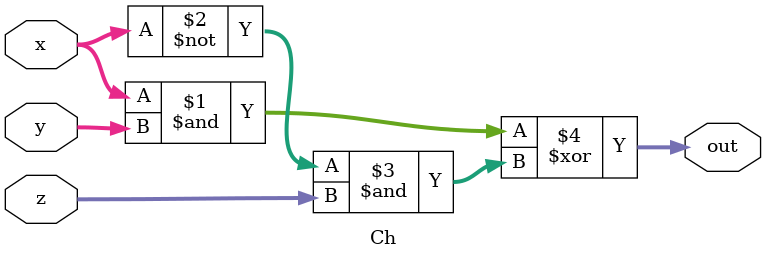
<source format=sv>
module Ch(x, y, z, out);
	input logic [63:0] x, y, z;
	output logic [63:0] out;
	assign out = (x & y) ^ (~x & z);
endmodule

</source>
